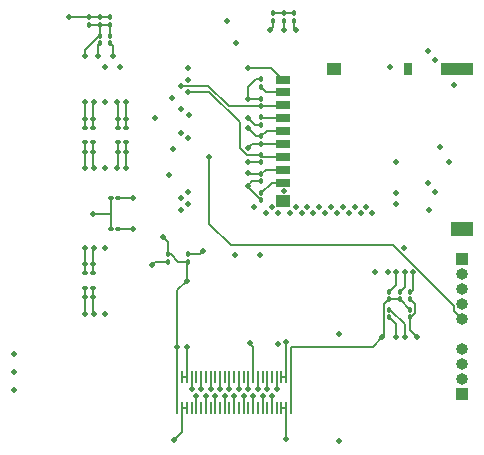
<source format=gbr>
%TF.GenerationSoftware,KiCad,Pcbnew,7.0.6*%
%TF.CreationDate,2023-09-15T14:04:58+02:00*%
%TF.ProjectId,V8,56382e6b-6963-4616-945f-706362585858,rev?*%
%TF.SameCoordinates,Original*%
%TF.FileFunction,Copper,L4,Bot*%
%TF.FilePolarity,Positive*%
%FSLAX46Y46*%
G04 Gerber Fmt 4.6, Leading zero omitted, Abs format (unit mm)*
G04 Created by KiCad (PCBNEW 7.0.6) date 2023-09-15 14:04:58*
%MOMM*%
%LPD*%
G01*
G04 APERTURE LIST*
G04 Aperture macros list*
%AMRoundRect*
0 Rectangle with rounded corners*
0 $1 Rounding radius*
0 $2 $3 $4 $5 $6 $7 $8 $9 X,Y pos of 4 corners*
0 Add a 4 corners polygon primitive as box body*
4,1,4,$2,$3,$4,$5,$6,$7,$8,$9,$2,$3,0*
0 Add four circle primitives for the rounded corners*
1,1,$1+$1,$2,$3*
1,1,$1+$1,$4,$5*
1,1,$1+$1,$6,$7*
1,1,$1+$1,$8,$9*
0 Add four rect primitives between the rounded corners*
20,1,$1+$1,$2,$3,$4,$5,0*
20,1,$1+$1,$4,$5,$6,$7,0*
20,1,$1+$1,$6,$7,$8,$9,0*
20,1,$1+$1,$8,$9,$2,$3,0*%
G04 Aperture macros list end*
%TA.AperFunction,ComponentPad*%
%ADD10R,1.000000X1.000000*%
%TD*%
%TA.AperFunction,ComponentPad*%
%ADD11O,1.000000X1.000000*%
%TD*%
%TA.AperFunction,SMDPad,CuDef*%
%ADD12RoundRect,0.100000X-0.100000X0.130000X-0.100000X-0.130000X0.100000X-0.130000X0.100000X0.130000X0*%
%TD*%
%TA.AperFunction,SMDPad,CuDef*%
%ADD13RoundRect,0.100000X0.130000X0.100000X-0.130000X0.100000X-0.130000X-0.100000X0.130000X-0.100000X0*%
%TD*%
%TA.AperFunction,SMDPad,CuDef*%
%ADD14RoundRect,0.100000X-0.130000X-0.100000X0.130000X-0.100000X0.130000X0.100000X-0.130000X0.100000X0*%
%TD*%
%TA.AperFunction,SMDPad,CuDef*%
%ADD15RoundRect,0.100000X0.100000X-0.130000X0.100000X0.130000X-0.100000X0.130000X-0.100000X-0.130000X0*%
%TD*%
%TA.AperFunction,SMDPad,CuDef*%
%ADD16R,1.200000X0.700000*%
%TD*%
%TA.AperFunction,SMDPad,CuDef*%
%ADD17R,0.800000X1.000000*%
%TD*%
%TA.AperFunction,SMDPad,CuDef*%
%ADD18R,2.800000X1.000000*%
%TD*%
%TA.AperFunction,SMDPad,CuDef*%
%ADD19R,1.200000X1.000000*%
%TD*%
%TA.AperFunction,SMDPad,CuDef*%
%ADD20R,1.900000X1.300000*%
%TD*%
%TA.AperFunction,SMDPad,CuDef*%
%ADD21R,0.200000X1.140000*%
%TD*%
%TA.AperFunction,ViaPad*%
%ADD22C,0.500000*%
%TD*%
%TA.AperFunction,Conductor*%
%ADD23C,0.200000*%
%TD*%
G04 APERTURE END LIST*
D10*
%TO.P,J8,1,Pin_1*%
%TO.N,DCap*%
X169300000Y-102590000D03*
D11*
%TO.P,J8,2,Pin_2*%
%TO.N,SWCLK*%
X169300000Y-103860000D03*
%TO.P,J8,3,Pin_3*%
%TO.N,OB GND*%
X169300000Y-105130000D03*
%TO.P,J8,4,Pin_4*%
%TO.N,SWDIO*%
X169300000Y-106400000D03*
%TO.P,J8,5,Pin_5*%
%TO.N,NRST*%
X169300000Y-107670000D03*
%TD*%
D10*
%TO.P,J2,1,Pin_1*%
%TO.N,DCap*%
X169300000Y-114000000D03*
D11*
%TO.P,J2,2,Pin_2*%
%TO.N,OB GND*%
X169300000Y-112730000D03*
%TO.P,J2,3,Pin_3*%
%TO.N,USART TX*%
X169300000Y-111460000D03*
%TO.P,J2,4,Pin_4*%
%TO.N,USART RX*%
X169300000Y-110190000D03*
%TD*%
D12*
%TO.P,R26,1*%
%TO.N,Net-(R18-Pad1)*%
X153300000Y-81780000D03*
%TO.P,R26,2*%
%TO.N,OB GND*%
X153300000Y-82420000D03*
%TD*%
%TO.P,R18,1*%
%TO.N,Net-(R18-Pad1)*%
X154200000Y-81780000D03*
%TO.P,R18,2*%
%TO.N,BOOT*%
X154200000Y-82420000D03*
%TD*%
D13*
%TO.P,R2,1*%
%TO.N,2-*%
X138020000Y-90700000D03*
%TO.P,R2,2*%
%TO.N,OPA2*%
X137380000Y-90700000D03*
%TD*%
D12*
%TO.P,C26,1*%
%TO.N,Net-(J1-VSS)*%
X152300000Y-90560000D03*
%TO.P,C26,2*%
%TO.N,OB GND*%
X152300000Y-91200000D03*
%TD*%
D13*
%TO.P,R1,1*%
%TO.N,OPA1*%
X140820000Y-90700000D03*
%TO.P,R1,2*%
%TO.N,1-*%
X140180000Y-90700000D03*
%TD*%
D14*
%TO.P,C5,1*%
%TO.N,OPA5*%
X137380000Y-105000000D03*
%TO.P,C5,2*%
%TO.N,5-*%
X138020000Y-105000000D03*
%TD*%
D15*
%TO.P,C15,1*%
%TO.N,OB GND*%
X146100000Y-102820000D03*
%TO.P,C15,2*%
%TO.N,OSC_OUT*%
X146100000Y-102180000D03*
%TD*%
%TO.P,R11,1*%
%TO.N,DCap*%
X152300000Y-96000000D03*
%TO.P,R11,2*%
%TO.N,SPI NSS*%
X152300000Y-95360000D03*
%TD*%
D14*
%TO.P,R6,1*%
%TO.N,OPA6*%
X137380000Y-103000000D03*
%TO.P,R6,2*%
%TO.N,6-*%
X138020000Y-103000000D03*
%TD*%
D12*
%TO.P,C8,1*%
%TO.N,DCap*%
X138600000Y-82080000D03*
%TO.P,C8,2*%
%TO.N,OB GND*%
X138600000Y-82720000D03*
%TD*%
D13*
%TO.P,R3,1*%
%TO.N,3-*%
X138020000Y-93500000D03*
%TO.P,R3,2*%
%TO.N,OPA3*%
X137380000Y-93500000D03*
%TD*%
%TO.P,C3,1*%
%TO.N,3-*%
X138020000Y-92700000D03*
%TO.P,C3,2*%
%TO.N,OPA3*%
X137380000Y-92700000D03*
%TD*%
%TO.P,C4,1*%
%TO.N,OPA4*%
X140820000Y-92700000D03*
%TO.P,C4,2*%
%TO.N,4-*%
X140180000Y-92700000D03*
%TD*%
D15*
%TO.P,R12,1*%
%TO.N,DCap*%
X152300000Y-97600000D03*
%TO.P,R12,2*%
%TO.N,Net-(J1-DAT2)*%
X152300000Y-96960000D03*
%TD*%
D16*
%TO.P,J1,1,DAT2*%
%TO.N,Net-(J1-DAT2)*%
X154175000Y-96100000D03*
%TO.P,J1,2,DAT3/CD*%
%TO.N,SPI NSS*%
X154175000Y-95000000D03*
%TO.P,J1,3,CMD*%
%TO.N,SPI MOSI*%
X154175000Y-93900000D03*
%TO.P,J1,4,VDD*%
%TO.N,DCap*%
X154175000Y-92800000D03*
%TO.P,J1,5,CLK*%
%TO.N,SPI SCK*%
X154175000Y-91700000D03*
%TO.P,J1,6,VSS*%
%TO.N,Net-(J1-VSS)*%
X154175000Y-90600000D03*
%TO.P,J1,7,DAT0*%
%TO.N,SPI MISO*%
X154175000Y-89500000D03*
%TO.P,J1,8,DAT1*%
%TO.N,Net-(J1-DAT1)*%
X154175000Y-88400000D03*
%TO.P,J1,9,SHIELD*%
%TO.N,OB GND*%
X154175000Y-87450000D03*
D17*
%TO.P,J1,10*%
%TO.N,N/C*%
X164675000Y-86500000D03*
D18*
%TO.P,J1,11*%
X168825000Y-86500000D03*
D19*
X158475000Y-86500000D03*
X154175000Y-97650000D03*
D20*
X169275000Y-100000000D03*
%TD*%
D13*
%TO.P,C2,1*%
%TO.N,2-*%
X138020000Y-91500000D03*
%TO.P,C2,2*%
%TO.N,OPA2*%
X137380000Y-91500000D03*
%TD*%
D15*
%TO.P,C10,1*%
%TO.N,Net-(U2-C1)*%
X139500000Y-84320000D03*
%TO.P,C10,2*%
%TO.N,OB GND*%
X139500000Y-83680000D03*
%TD*%
D12*
%TO.P,R7,1*%
%TO.N,DCap*%
X152300000Y-87330000D03*
%TO.P,R7,2*%
%TO.N,Net-(J1-DAT1)*%
X152300000Y-87970000D03*
%TD*%
D14*
%TO.P,C13,1*%
%TO.N,OB GND*%
X139532500Y-100050000D03*
%TO.P,C13,2*%
%TO.N,OSC32_OUT*%
X140172500Y-100050000D03*
%TD*%
D15*
%TO.P,R9,1*%
%TO.N,DCap*%
X152300000Y-92800000D03*
%TO.P,R9,2*%
%TO.N,SPI SCK*%
X152300000Y-92160000D03*
%TD*%
D14*
%TO.P,R5,1*%
%TO.N,OPA5*%
X137380000Y-105800000D03*
%TO.P,R5,2*%
%TO.N,5-*%
X138020000Y-105800000D03*
%TD*%
D15*
%TO.P,R10,1*%
%TO.N,DCap*%
X152300000Y-94400000D03*
%TO.P,R10,2*%
%TO.N,SPI MOSI*%
X152300000Y-93760000D03*
%TD*%
%TO.P,R21,1*%
%TO.N,DCap*%
X164925000Y-106000000D03*
%TO.P,R21,2*%
%TO.N,USART RX*%
X164925000Y-105360000D03*
%TD*%
D12*
%TO.P,C9,1*%
%TO.N,DCap*%
X137700000Y-82080000D03*
%TO.P,C9,2*%
%TO.N,OB GND*%
X137700000Y-82720000D03*
%TD*%
D15*
%TO.P,C7,1*%
%TO.N,OB GND*%
X139500000Y-82720000D03*
%TO.P,C7,2*%
%TO.N,DCap*%
X139500000Y-82080000D03*
%TD*%
%TO.P,R25,1*%
%TO.N,DCap*%
X155100000Y-82420000D03*
%TO.P,R25,2*%
%TO.N,Net-(R18-Pad1)*%
X155100000Y-81780000D03*
%TD*%
D12*
%TO.P,R22,1*%
%TO.N,RS 485 RE*%
X164025000Y-105360000D03*
%TO.P,R22,2*%
%TO.N,OB GND*%
X164025000Y-106000000D03*
%TD*%
%TO.P,C14,1*%
%TO.N,OB GND*%
X144400000Y-102160000D03*
%TO.P,C14,2*%
%TO.N,OSC_IN*%
X144400000Y-102800000D03*
%TD*%
D14*
%TO.P,C12,1*%
%TO.N,OB GND*%
X139532500Y-97450000D03*
%TO.P,C12,2*%
%TO.N,OSC32_IN*%
X140172500Y-97450000D03*
%TD*%
D15*
%TO.P,C29,1*%
%TO.N,DCap*%
X164925000Y-107500000D03*
%TO.P,C29,2*%
%TO.N,OB GND*%
X164925000Y-106860000D03*
%TD*%
D21*
%TO.P,P1,1,1*%
%TO.N,OB GND*%
X154800000Y-115220000D03*
%TO.P,P1,2,2*%
X154800000Y-112580000D03*
%TO.P,P1,3,3*%
%TO.N,OB 5v*%
X154400000Y-115220000D03*
%TO.P,P1,4,4*%
%TO.N,OB 3v3*%
X154400000Y-112580000D03*
%TO.P,P1,5,5*%
%TO.N,OB 5v*%
X154000000Y-115220000D03*
%TO.P,P1,6,6*%
%TO.N,OB 3v3*%
X154000000Y-112580000D03*
%TO.P,P1,7,7*%
%TO.N,unconnected-(P1-Pad7)*%
X153600000Y-115220000D03*
%TO.P,P1,8,8*%
%TO.N,OB PPS*%
X153600000Y-112580000D03*
%TO.P,P1,9,9*%
%TO.N,A02*%
X153200000Y-115220000D03*
%TO.P,P1,10,10*%
%TO.N,unconnected-(P1-Pad10)*%
X153200000Y-112580000D03*
%TO.P,P1,11,11*%
%TO.N,unconnected-(P1-Pad11)*%
X152800000Y-115220000D03*
%TO.P,P1,12,12*%
%TO.N,B02*%
X152800000Y-112580000D03*
%TO.P,P1,13,13*%
%TO.N,A04*%
X152400000Y-115220000D03*
%TO.P,P1,14,14*%
%TO.N,unconnected-(P1-Pad14)*%
X152400000Y-112580000D03*
%TO.P,P1,15,15*%
%TO.N,unconnected-(P1-Pad15)*%
X152000000Y-115220000D03*
%TO.P,P1,16,16*%
%TO.N,B04*%
X152000000Y-112580000D03*
%TO.P,P1,17,17*%
%TO.N,A06*%
X151600000Y-115220000D03*
%TO.P,P1,18,18*%
%TO.N,OB VBat*%
X151600000Y-112580000D03*
%TO.P,P1,19,19*%
%TO.N,unconnected-(P1-Pad19)*%
X151200000Y-115220000D03*
%TO.P,P1,20,20*%
%TO.N,B06*%
X151200000Y-112580000D03*
%TO.P,P1,21,21*%
%TO.N,A08*%
X150800000Y-115220000D03*
%TO.P,P1,22,22*%
%TO.N,unconnected-(P1-Pad22)*%
X150800000Y-112580000D03*
%TO.P,P1,23,23*%
%TO.N,unconnected-(P1-Pad23)*%
X150400000Y-115220000D03*
%TO.P,P1,24,24*%
%TO.N,B08*%
X150400000Y-112580000D03*
%TO.P,P1,25,25*%
%TO.N,C01*%
X150000000Y-115220000D03*
%TO.P,P1,26,26*%
%TO.N,unconnected-(P1-Pad26)*%
X150000000Y-112580000D03*
%TO.P,P1,27,27*%
%TO.N,unconnected-(P1-Pad27)*%
X149600000Y-115220000D03*
%TO.P,P1,28,28*%
%TO.N,D01*%
X149600000Y-112580000D03*
%TO.P,P1,29,29*%
%TO.N,C03*%
X149200000Y-115220000D03*
%TO.P,P1,30,30*%
%TO.N,unconnected-(P1-Pad30)*%
X149200000Y-112580000D03*
%TO.P,P1,31,31*%
%TO.N,unconnected-(P1-Pad31)*%
X148800000Y-115220000D03*
%TO.P,P1,32,32*%
%TO.N,D03*%
X148800000Y-112580000D03*
%TO.P,P1,33,33*%
%TO.N,C05*%
X148400000Y-115220000D03*
%TO.P,P1,34,34*%
%TO.N,unconnected-(P1-Pad34)*%
X148400000Y-112580000D03*
%TO.P,P1,35,35*%
%TO.N,unconnected-(P1-Pad35)*%
X148000000Y-115220000D03*
%TO.P,P1,36,36*%
%TO.N,D05*%
X148000000Y-112580000D03*
%TO.P,P1,37,37*%
%TO.N,C07*%
X147600000Y-115220000D03*
%TO.P,P1,38,38*%
%TO.N,unconnected-(P1-Pad38)*%
X147600000Y-112580000D03*
%TO.P,P1,39,39*%
%TO.N,unconnected-(P1-Pad39)*%
X147200000Y-115220000D03*
%TO.P,P1,40,40*%
%TO.N,D07*%
X147200000Y-112580000D03*
%TO.P,P1,41,41*%
%TO.N,C09*%
X146800000Y-115220000D03*
%TO.P,P1,42,42*%
%TO.N,unconnected-(P1-Pad42)*%
X146800000Y-112580000D03*
%TO.P,P1,43,43*%
%TO.N,unconnected-(P1-Pad43)*%
X146400000Y-115220000D03*
%TO.P,P1,44,44*%
%TO.N,D09*%
X146400000Y-112580000D03*
%TO.P,P1,45,45*%
%TO.N,OB 3v3*%
X146000000Y-115220000D03*
%TO.P,P1,46,46*%
%TO.N,OB 5v*%
X146000000Y-112580000D03*
%TO.P,P1,47,47*%
%TO.N,OB 3v3*%
X145600000Y-115220000D03*
%TO.P,P1,48,48*%
%TO.N,OB 5v*%
X145600000Y-112580000D03*
%TO.P,P1,49,49*%
%TO.N,OB GND*%
X145200000Y-115220000D03*
%TO.P,P1,50,50*%
X145200000Y-112580000D03*
%TD*%
D15*
%TO.P,R24,1*%
%TO.N,OB SDA*%
X163125000Y-107500000D03*
%TO.P,R24,2*%
%TO.N,OB SDB*%
X163125000Y-106860000D03*
%TD*%
D13*
%TO.P,R4,1*%
%TO.N,OPA4*%
X140820000Y-93500000D03*
%TO.P,R4,2*%
%TO.N,4-*%
X140180000Y-93500000D03*
%TD*%
D14*
%TO.P,C6,1*%
%TO.N,OPA6*%
X137380000Y-103800000D03*
%TO.P,C6,2*%
%TO.N,6-*%
X138020000Y-103800000D03*
%TD*%
D13*
%TO.P,C1,1*%
%TO.N,OPA1*%
X140820000Y-91500000D03*
%TO.P,C1,2*%
%TO.N,1-*%
X140180000Y-91500000D03*
%TD*%
D12*
%TO.P,C11,1*%
%TO.N,OB GND*%
X138600000Y-83680000D03*
%TO.P,C11,2*%
%TO.N,Net-(U2-CAP)*%
X138600000Y-84320000D03*
%TD*%
%TO.P,R8,1*%
%TO.N,DCap*%
X152300000Y-89000000D03*
%TO.P,R8,2*%
%TO.N,SPI MISO*%
X152300000Y-89640000D03*
%TD*%
%TO.P,R23,1*%
%TO.N,RS 485 DE*%
X163125000Y-105360000D03*
%TO.P,R23,2*%
%TO.N,OB GND*%
X163125000Y-106000000D03*
%TD*%
D22*
%TO.N,OB VBat*%
X151300000Y-109700000D03*
%TO.N,OPA1*%
X140800000Y-89300000D03*
X146100000Y-96900000D03*
%TO.N,1-*%
X140100000Y-89300000D03*
%TO.N,2-*%
X138100000Y-89300000D03*
%TO.N,OPA2*%
X145500000Y-97414069D03*
X137400000Y-89300000D03*
%TO.N,3-*%
X138100000Y-94900000D03*
%TO.N,OPA3*%
X146100000Y-97900000D03*
X137400000Y-94900000D03*
%TO.N,OPA4*%
X145500000Y-98400000D03*
X140800000Y-94900000D03*
%TO.N,4-*%
X140100000Y-94900000D03*
%TO.N,OPA5*%
X137400000Y-107200000D03*
X152700000Y-98700000D03*
%TO.N,5-*%
X138100000Y-107200000D03*
%TO.N,OPA6*%
X137400000Y-101600000D03*
X151650000Y-98150000D03*
%TO.N,6-*%
X138100000Y-101600000D03*
%TO.N,OB GND*%
X161900000Y-103700000D03*
X139100000Y-107200000D03*
X137400000Y-85400000D03*
X158880000Y-118000000D03*
X149400000Y-82400000D03*
X153050000Y-83200000D03*
X139100000Y-94900000D03*
X158900000Y-108900000D03*
X162550000Y-109180000D03*
X167020000Y-85700000D03*
X150100000Y-102200000D03*
X144500000Y-95500000D03*
X145200000Y-110005566D03*
X146000000Y-104400000D03*
X144000000Y-100700500D03*
X144750000Y-88900000D03*
X151150000Y-90600000D03*
X151150000Y-86425000D03*
X144800000Y-93300000D03*
X138052500Y-98750000D03*
X143300000Y-90650000D03*
%TO.N,Net-(U2-C1)*%
X139700000Y-85400000D03*
%TO.N,OSC_IN*%
X145500000Y-91900000D03*
X143000000Y-103100000D03*
%TO.N,OSC_OUT*%
X147400000Y-101900000D03*
X146100000Y-92349500D03*
%TO.N,OSC32_IN*%
X141452500Y-97450000D03*
X145500000Y-89900000D03*
%TO.N,Net-(U2-CAP)*%
X138437209Y-85408567D03*
%TO.N,OSC32_OUT*%
X146150500Y-90400000D03*
X141452500Y-100050000D03*
%TO.N,NRST*%
X147900000Y-93900000D03*
%TO.N,SPI NSS*%
X151150000Y-95300000D03*
X146100000Y-87400000D03*
%TO.N,SPI MOSI*%
X146100000Y-88400000D03*
%TO.N,SPI SCK*%
X146100000Y-86400000D03*
X151150000Y-91491144D03*
%TO.N,SPI MISO*%
X145500000Y-87900000D03*
%TO.N,OB SDA*%
X163725000Y-109180000D03*
%TO.N,OB SDB*%
X164425000Y-109180000D03*
%TO.N,OB SCK*%
X163700000Y-94400000D03*
X168200000Y-94400000D03*
%TO.N,OB PPS*%
X153600000Y-113600000D03*
X153750000Y-109800000D03*
%TO.N,USART RX*%
X165125000Y-103680000D03*
X167000000Y-96900000D03*
%TO.N,RS 485 RE*%
X164425000Y-103680000D03*
X166500000Y-98400000D03*
%TO.N,RS 485 DE*%
X163700000Y-97900000D03*
X163725000Y-103680000D03*
%TO.N,USART TX*%
X163700000Y-96950000D03*
X163025000Y-103680000D03*
%TO.N,DCap*%
X139100000Y-89300000D03*
X165500000Y-109180000D03*
X131400000Y-110600000D03*
X151150000Y-94350000D03*
X155250000Y-83200000D03*
X150150000Y-84250000D03*
X139100000Y-101600000D03*
X164400000Y-101600000D03*
X139050000Y-86350000D03*
X151150000Y-89000000D03*
X136000000Y-82100000D03*
X131400000Y-113700000D03*
X166400000Y-85000000D03*
X140299383Y-86350000D03*
X151142845Y-93157155D03*
X152200000Y-102250000D03*
X151150000Y-96400000D03*
X166400000Y-96150000D03*
X131400000Y-112100000D03*
X167450000Y-93100000D03*
%TO.N,OB 3v3*%
X154375354Y-109574647D03*
X144900000Y-117900000D03*
%TO.N,A02*%
X153200000Y-114200000D03*
X160200000Y-98200000D03*
%TO.N,A04*%
X160700000Y-98700000D03*
X152400000Y-114200000D03*
%TO.N,A06*%
X151600000Y-114200000D03*
X161200000Y-98200000D03*
%TO.N,A08*%
X150800000Y-114200000D03*
X161700000Y-98700000D03*
%TO.N,B02*%
X152800000Y-113600000D03*
X159700000Y-98700000D03*
%TO.N,B04*%
X152000000Y-113600000D03*
X159200000Y-98200000D03*
%TO.N,B06*%
X151200000Y-113600000D03*
X158700000Y-98700000D03*
%TO.N,B08*%
X150400000Y-113600000D03*
X158200000Y-98200000D03*
%TO.N,C01*%
X150000000Y-114200000D03*
X153200000Y-98200000D03*
%TO.N,C03*%
X153700000Y-98700000D03*
X149200000Y-114200000D03*
%TO.N,C05*%
X148400000Y-114200000D03*
X154200000Y-96800000D03*
%TO.N,C07*%
X147600000Y-114200000D03*
X154700000Y-98700000D03*
%TO.N,C09*%
X155200000Y-98200000D03*
X146800000Y-114200000D03*
%TO.N,D01*%
X157700000Y-98700000D03*
X149600000Y-113600000D03*
%TO.N,D03*%
X157200000Y-98200000D03*
X148800000Y-113600000D03*
%TO.N,D05*%
X148000000Y-113600000D03*
X156700000Y-98700000D03*
%TO.N,D07*%
X147200000Y-113600000D03*
X156200000Y-98200000D03*
%TO.N,D09*%
X155700000Y-98700000D03*
X146400000Y-113600000D03*
%TO.N,SWCLK*%
X163200000Y-86300000D03*
%TO.N,SWDIO*%
X168650000Y-87850000D03*
%TO.N,BOOT*%
X154182155Y-83217845D03*
%TO.N,OB 5v*%
X154400000Y-117800000D03*
X146000000Y-110005566D03*
%TD*%
D23*
%TO.N,OB VBat*%
X151600000Y-110000000D02*
X151600000Y-112580000D01*
X151300000Y-109700000D02*
X151600000Y-110000000D01*
%TO.N,OPA1*%
X140820000Y-91500000D02*
X140820000Y-90700000D01*
X140820000Y-90700000D02*
X140820000Y-89320000D01*
X140820000Y-89320000D02*
X140800000Y-89300000D01*
%TO.N,1-*%
X140180000Y-89380000D02*
X140100000Y-89300000D01*
X140180000Y-90700000D02*
X140180000Y-89380000D01*
X140180000Y-91500000D02*
X140180000Y-90700000D01*
%TO.N,2-*%
X138020000Y-91500000D02*
X138020000Y-90700000D01*
X138020000Y-90700000D02*
X138020000Y-89380000D01*
X138020000Y-89380000D02*
X138100000Y-89300000D01*
%TO.N,OPA2*%
X137380000Y-91500000D02*
X137380000Y-90700000D01*
X137380000Y-90700000D02*
X137380000Y-89320000D01*
X137380000Y-89320000D02*
X137400000Y-89300000D01*
%TO.N,3-*%
X138020000Y-93500000D02*
X138020000Y-94820000D01*
X138020000Y-92700000D02*
X138020000Y-93500000D01*
X138020000Y-94820000D02*
X138100000Y-94900000D01*
%TO.N,OPA3*%
X137380000Y-92700000D02*
X137380000Y-93500000D01*
X137380000Y-93500000D02*
X137380000Y-94880000D01*
X137380000Y-94880000D02*
X137400000Y-94900000D01*
%TO.N,OPA4*%
X140820000Y-94880000D02*
X140800000Y-94900000D01*
X140820000Y-93500000D02*
X140820000Y-94880000D01*
X140820000Y-92700000D02*
X140820000Y-93500000D01*
%TO.N,4-*%
X140180000Y-92700000D02*
X140180000Y-93500000D01*
X140180000Y-93500000D02*
X140180000Y-94820000D01*
X140180000Y-94820000D02*
X140100000Y-94900000D01*
%TO.N,OPA5*%
X137380000Y-107180000D02*
X137400000Y-107200000D01*
X137380000Y-105000000D02*
X137380000Y-105800000D01*
X137380000Y-105800000D02*
X137380000Y-107180000D01*
%TO.N,5-*%
X138020000Y-105800000D02*
X138020000Y-107120000D01*
X138020000Y-107120000D02*
X138100000Y-107200000D01*
X138020000Y-105800000D02*
X138020000Y-105000000D01*
%TO.N,OPA6*%
X137380000Y-103000000D02*
X137380000Y-101620000D01*
X137380000Y-101620000D02*
X137400000Y-101600000D01*
X137380000Y-103000000D02*
X137380000Y-103800000D01*
%TO.N,6-*%
X138020000Y-101680000D02*
X138100000Y-101600000D01*
X138020000Y-103000000D02*
X138020000Y-103800000D01*
X138020000Y-103000000D02*
X138020000Y-101680000D01*
%TO.N,OB GND*%
X154800000Y-110000000D02*
X154800000Y-112580000D01*
X162725000Y-109005000D02*
X162725000Y-106400000D01*
X154850000Y-115170000D02*
X154800000Y-115220000D01*
X146000000Y-102920000D02*
X146100000Y-102820000D01*
X164885000Y-106860000D02*
X164025000Y-106000000D01*
X163125000Y-106000000D02*
X164025000Y-106000000D01*
X137400000Y-85400000D02*
X137400000Y-84865736D01*
X146000000Y-104400000D02*
X145200000Y-105200000D01*
X162550000Y-109180000D02*
X161730000Y-110000000D01*
X153300000Y-82420000D02*
X153300000Y-82950000D01*
X153300000Y-82950000D02*
X153050000Y-83200000D01*
X137400000Y-84865736D02*
X138585736Y-83680000D01*
X146100000Y-102820000D02*
X145280000Y-102820000D01*
X145150000Y-112630000D02*
X145150000Y-114150000D01*
X145200000Y-111500000D02*
X145200000Y-110005566D01*
X162725000Y-106400000D02*
X163125000Y-106000000D01*
X138585736Y-83680000D02*
X138600000Y-83680000D01*
X139500000Y-82720000D02*
X138600000Y-82720000D01*
X138600000Y-82720000D02*
X138600000Y-83680000D01*
X145280000Y-102820000D02*
X144620000Y-102160000D01*
X154800000Y-112580000D02*
X154850000Y-112630000D01*
X139532500Y-98750000D02*
X139532500Y-100050000D01*
X145200000Y-115220000D02*
X145200000Y-114200000D01*
X153150000Y-86425000D02*
X154175000Y-87450000D01*
X139532500Y-97450000D02*
X139532500Y-98750000D01*
X151150000Y-90600000D02*
X151750000Y-91200000D01*
X138600000Y-82720000D02*
X137700000Y-82720000D01*
X145200000Y-105200000D02*
X145200000Y-110005566D01*
X144400000Y-102160000D02*
X144400000Y-101100500D01*
X151150000Y-86425000D02*
X153150000Y-86425000D01*
X154850000Y-112630000D02*
X154850000Y-115170000D01*
X145200000Y-112580000D02*
X145200000Y-111500000D01*
X144620000Y-102160000D02*
X144400000Y-102160000D01*
X144400000Y-101100500D02*
X144000000Y-100700500D01*
X151750000Y-91200000D02*
X152300000Y-91200000D01*
X139500000Y-83680000D02*
X139500000Y-82720000D01*
X145150000Y-114150000D02*
X145200000Y-114200000D01*
X146000000Y-104400000D02*
X146000000Y-102920000D01*
X162550000Y-109180000D02*
X162725000Y-109005000D01*
X164925000Y-106860000D02*
X164885000Y-106860000D01*
X139532500Y-98750000D02*
X138052500Y-98750000D01*
X145200000Y-112580000D02*
X145150000Y-112630000D01*
X161730000Y-110000000D02*
X154800000Y-110000000D01*
%TO.N,Net-(U2-C1)*%
X139700000Y-84520000D02*
X139500000Y-84320000D01*
X139700000Y-85400000D02*
X139700000Y-84520000D01*
%TO.N,OSC_IN*%
X143300000Y-102800000D02*
X143000000Y-103100000D01*
X144400000Y-102800000D02*
X143300000Y-102800000D01*
%TO.N,OSC_OUT*%
X146100000Y-102180000D02*
X147120000Y-102180000D01*
X147120000Y-102180000D02*
X147400000Y-101900000D01*
%TO.N,OSC32_IN*%
X141452500Y-97450000D02*
X140172500Y-97450000D01*
%TO.N,Net-(U2-CAP)*%
X138437209Y-84482791D02*
X138600000Y-84320000D01*
X138437209Y-85408567D02*
X138437209Y-84482791D01*
%TO.N,OSC32_OUT*%
X141452500Y-100050000D02*
X140172500Y-100050000D01*
%TO.N,NRST*%
X168600000Y-106970000D02*
X168600000Y-106518603D01*
X169300000Y-107670000D02*
X168600000Y-106970000D01*
X149700000Y-101400000D02*
X147900000Y-99600000D01*
X168600000Y-106518603D02*
X163481397Y-101400000D01*
X163481397Y-101400000D02*
X149700000Y-101400000D01*
X147900000Y-99600000D02*
X147900000Y-93900000D01*
%TO.N,SPI NSS*%
X151150000Y-95300000D02*
X151210000Y-95360000D01*
X154175000Y-95000000D02*
X152660000Y-95000000D01*
X152660000Y-95000000D02*
X152300000Y-95360000D01*
X151210000Y-95360000D02*
X152300000Y-95360000D01*
%TO.N,SPI MOSI*%
X152440000Y-93900000D02*
X152300000Y-93760000D01*
X147900000Y-88400000D02*
X150500000Y-91000000D01*
X151110000Y-93760000D02*
X152300000Y-93760000D01*
X150500000Y-93150000D02*
X151110000Y-93760000D01*
X146100000Y-88400000D02*
X147900000Y-88400000D01*
X154175000Y-93900000D02*
X152440000Y-93900000D01*
X150500000Y-91000000D02*
X150500000Y-93150000D01*
%TO.N,SPI SCK*%
X154175000Y-91700000D02*
X152760000Y-91700000D01*
X152760000Y-91700000D02*
X152300000Y-92160000D01*
X151818856Y-92160000D02*
X152300000Y-92160000D01*
X151150000Y-91491144D02*
X151818856Y-92160000D01*
%TO.N,SPI MISO*%
X145500000Y-87900000D02*
X147824264Y-87900000D01*
X154035000Y-89640000D02*
X154175000Y-89500000D01*
X147824264Y-87900000D02*
X149564264Y-89640000D01*
X149564264Y-89640000D02*
X152300000Y-89640000D01*
X152300000Y-89640000D02*
X154035000Y-89640000D01*
%TO.N,Net-(J1-VSS)*%
X154175000Y-90600000D02*
X152340000Y-90600000D01*
X152340000Y-90600000D02*
X152300000Y-90560000D01*
%TO.N,OB SDA*%
X163725000Y-108100000D02*
X163125000Y-107500000D01*
X163725000Y-109180000D02*
X163725000Y-108100000D01*
%TO.N,OB SDB*%
X164425000Y-109180000D02*
X164425000Y-108100000D01*
X164425000Y-108100000D02*
X163185000Y-106860000D01*
X163185000Y-106860000D02*
X163125000Y-106860000D01*
%TO.N,OB PPS*%
X153600000Y-112580000D02*
X153600000Y-113600000D01*
%TO.N,USART RX*%
X165125000Y-105160000D02*
X164925000Y-105360000D01*
X165125000Y-103680000D02*
X165125000Y-105160000D01*
%TO.N,RS 485 RE*%
X164425000Y-104960000D02*
X164025000Y-105360000D01*
X164425000Y-103680000D02*
X164425000Y-104960000D01*
%TO.N,RS 485 DE*%
X163725000Y-103680000D02*
X163725000Y-104760000D01*
X163725000Y-104760000D02*
X163125000Y-105360000D01*
%TO.N,DCap*%
X152285736Y-97600000D02*
X152300000Y-97600000D01*
X165325000Y-106400000D02*
X165325000Y-107114264D01*
X136020000Y-82080000D02*
X137700000Y-82080000D01*
X151500000Y-92800000D02*
X152300000Y-92800000D01*
X136000000Y-82100000D02*
X136020000Y-82080000D01*
X151870000Y-87330000D02*
X152300000Y-87330000D01*
X151550000Y-96000000D02*
X152300000Y-96000000D01*
X151142845Y-93157155D02*
X151500000Y-92800000D01*
X164925000Y-106000000D02*
X165325000Y-106400000D01*
X151150000Y-88050000D02*
X151870000Y-87330000D01*
X155100000Y-83050000D02*
X155250000Y-83200000D01*
X151200000Y-94400000D02*
X152300000Y-94400000D01*
X164939264Y-107500000D02*
X164925000Y-107500000D01*
X154175000Y-92800000D02*
X152300000Y-92800000D01*
X152300000Y-89000000D02*
X151150000Y-89000000D01*
X165325000Y-107114264D02*
X164939264Y-107500000D01*
X151150000Y-89000000D02*
X151150000Y-88050000D01*
X151150000Y-96400000D02*
X151550000Y-96000000D01*
X165500000Y-109180000D02*
X164925000Y-108605000D01*
X155100000Y-82420000D02*
X155100000Y-83050000D01*
X151150000Y-94350000D02*
X151200000Y-94400000D01*
X139500000Y-82080000D02*
X138600000Y-82080000D01*
X164925000Y-108605000D02*
X164925000Y-107500000D01*
X151150000Y-96464264D02*
X152285736Y-97600000D01*
X137700000Y-82080000D02*
X138600000Y-82080000D01*
X151150000Y-96400000D02*
X151150000Y-96464264D01*
%TO.N,Net-(J1-DAT2)*%
X154175000Y-96100000D02*
X153160000Y-96100000D01*
X153160000Y-96100000D02*
X152300000Y-96960000D01*
%TO.N,Net-(J1-DAT1)*%
X154175000Y-88400000D02*
X152730000Y-88400000D01*
X152730000Y-88400000D02*
X152300000Y-87970000D01*
%TO.N,OB 3v3*%
X145600000Y-116300000D02*
X145600000Y-117200000D01*
X145600000Y-115220000D02*
X145600000Y-116300000D01*
X154400000Y-109599293D02*
X154400000Y-112180000D01*
X154000000Y-112580000D02*
X154400000Y-112580000D01*
X145600000Y-117200000D02*
X144900000Y-117900000D01*
X154375354Y-109574647D02*
X154400000Y-109599293D01*
X145600000Y-115220000D02*
X146000000Y-115220000D01*
%TO.N,A02*%
X153200000Y-115220000D02*
X153200000Y-114200000D01*
%TO.N,A04*%
X152400000Y-115220000D02*
X152400000Y-114200000D01*
%TO.N,A06*%
X151600000Y-115220000D02*
X151600000Y-114200000D01*
%TO.N,A08*%
X150800000Y-115220000D02*
X150800000Y-114200000D01*
%TO.N,B02*%
X152800000Y-112580000D02*
X152800000Y-113600000D01*
%TO.N,B04*%
X152000000Y-112580000D02*
X152000000Y-113600000D01*
%TO.N,B06*%
X151200000Y-112580000D02*
X151200000Y-113600000D01*
%TO.N,B08*%
X150400000Y-112580000D02*
X150400000Y-113600000D01*
%TO.N,C01*%
X150000000Y-115220000D02*
X150000000Y-114200000D01*
%TO.N,C03*%
X149200000Y-115220000D02*
X149200000Y-114200000D01*
%TO.N,C05*%
X148400000Y-115220000D02*
X148400000Y-114200000D01*
%TO.N,C07*%
X147600000Y-115220000D02*
X147600000Y-114200000D01*
%TO.N,C09*%
X146800000Y-115220000D02*
X146800000Y-114200000D01*
%TO.N,D01*%
X149600000Y-112580000D02*
X149600000Y-113600000D01*
%TO.N,D03*%
X148800000Y-112580000D02*
X148800000Y-113600000D01*
%TO.N,D05*%
X148000000Y-112580000D02*
X148000000Y-113600000D01*
%TO.N,D07*%
X147200000Y-112580000D02*
X147200000Y-113600000D01*
%TO.N,D09*%
X146400000Y-112580000D02*
X146400000Y-113600000D01*
%TO.N,BOOT*%
X154182155Y-82437845D02*
X154200000Y-82420000D01*
X154182155Y-83217845D02*
X154182155Y-82437845D01*
%TO.N,Net-(R18-Pad1)*%
X153300000Y-81780000D02*
X154200000Y-81780000D01*
X154200000Y-81780000D02*
X155100000Y-81780000D01*
%TO.N,OB 5v*%
X154400000Y-116300000D02*
X154400000Y-117800000D01*
X154400000Y-115220000D02*
X154400000Y-116300000D01*
X145600000Y-112580000D02*
X146000000Y-112580000D01*
X146000000Y-112580000D02*
X146000000Y-111500000D01*
X154000000Y-115220000D02*
X154400000Y-115220000D01*
X146000000Y-111500000D02*
X146000000Y-110005566D01*
%TD*%
M02*

</source>
